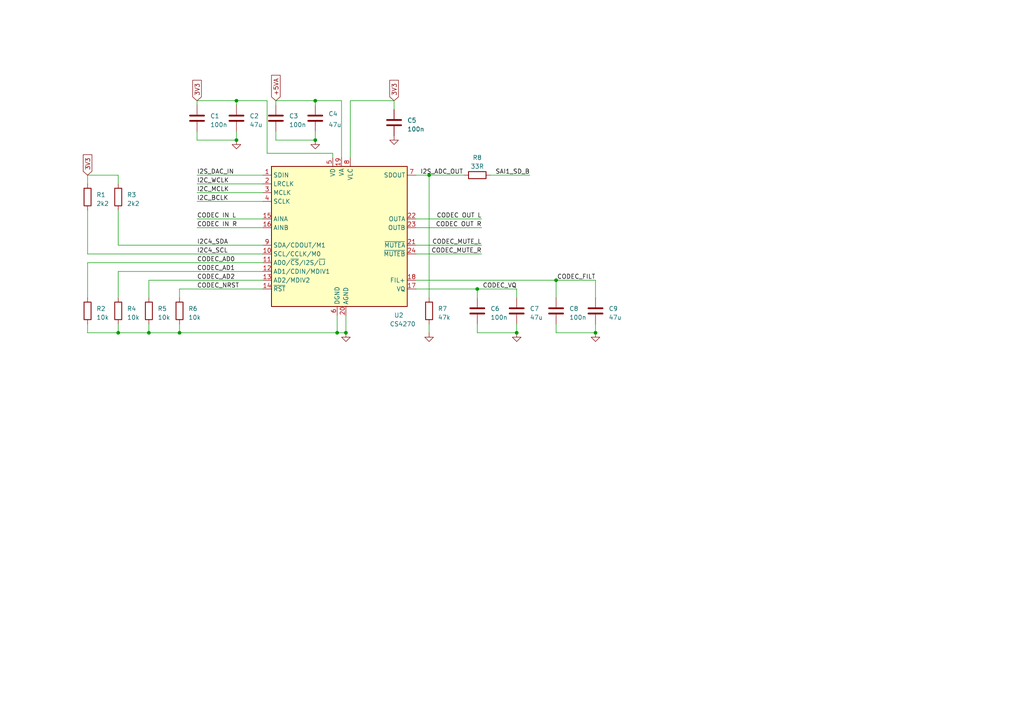
<source format=kicad_sch>
(kicad_sch
	(version 20231120)
	(generator "eeschema")
	(generator_version "8.0")
	(uuid "b7d3266c-eddf-49b2-877c-2408a80d5a1d")
	(paper "A4")
	(lib_symbols
		(symbol "Audio:CS4270"
			(exclude_from_sim no)
			(in_bom yes)
			(on_board yes)
			(property "Reference" "U601"
				(at -4.3941 -22.86 0)
				(effects
					(font
						(size 1.27 1.27)
					)
					(justify left)
				)
			)
			(property "Value" "CS4270"
				(at -4.3941 -25.4 0)
				(effects
					(font
						(size 1.27 1.27)
					)
					(justify left)
				)
			)
			(property "Footprint" "Package_SO:TSSOP-24_4.4x7.8mm_P0.65mm"
				(at -7.62 0 0)
				(effects
					(font
						(size 1.27 1.27)
					)
					(hide yes)
				)
			)
			(property "Datasheet" "https://statics.cirrus.com/pubs/proDatasheet/CS4270_F1.pdf"
				(at 0 25.4 90)
				(effects
					(font
						(size 1.27 1.27)
					)
					(hide yes)
				)
			)
			(property "Description" "24-Bit, 192-kHz Stereo Audio CODEC, TSSOP-24"
				(at 0 0 0)
				(effects
					(font
						(size 1.27 1.27)
					)
					(hide yes)
				)
			)
			(property "ki_keywords" "Audio Codec"
				(at 0 0 0)
				(effects
					(font
						(size 1.27 1.27)
					)
					(hide yes)
				)
			)
			(property "ki_fp_filters" "TSSOP*4.4x7.8mm*P0.65mm*"
				(at 0 0 0)
				(effects
					(font
						(size 1.27 1.27)
					)
					(hide yes)
				)
			)
			(symbol "CS4270_0_1"
				(rectangle
					(start -20.32 20.32)
					(end 19.05 -20.32)
					(stroke
						(width 0.254)
						(type default)
					)
					(fill
						(type background)
					)
				)
			)
			(symbol "CS4270_1_0"
				(pin input line
					(at -22.86 17.78 0)
					(length 2.54)
					(name "SDIN"
						(effects
							(font
								(size 1.27 1.27)
							)
						)
					)
					(number "1"
						(effects
							(font
								(size 1.27 1.27)
							)
						)
					)
				)
				(pin input line
					(at -22.86 -5.08 0)
					(length 2.54)
					(name "SCL/CCLK/M0"
						(effects
							(font
								(size 1.27 1.27)
							)
						)
					)
					(number "10"
						(effects
							(font
								(size 1.27 1.27)
							)
						)
					)
				)
				(pin input line
					(at -22.86 -7.62 0)
					(length 2.54)
					(name "AD0/~{CS}/I2S/~{LJ}"
						(effects
							(font
								(size 1.27 1.27)
							)
						)
					)
					(number "11"
						(effects
							(font
								(size 1.27 1.27)
							)
						)
					)
				)
				(pin input line
					(at -22.86 -10.16 0)
					(length 2.54)
					(name "AD1/CDIN/MDIV1"
						(effects
							(font
								(size 1.27 1.27)
							)
						)
					)
					(number "12"
						(effects
							(font
								(size 1.27 1.27)
							)
						)
					)
				)
				(pin input line
					(at -22.86 -12.7 0)
					(length 2.54)
					(name "AD2/MDIV2"
						(effects
							(font
								(size 1.27 1.27)
							)
						)
					)
					(number "13"
						(effects
							(font
								(size 1.27 1.27)
							)
						)
					)
				)
				(pin input line
					(at -22.86 -15.24 0)
					(length 2.54)
					(name "~{RST}"
						(effects
							(font
								(size 1.27 1.27)
							)
						)
					)
					(number "14"
						(effects
							(font
								(size 1.27 1.27)
							)
						)
					)
				)
				(pin input line
					(at -22.86 5.08 0)
					(length 2.54)
					(name "AINA"
						(effects
							(font
								(size 1.27 1.27)
							)
						)
					)
					(number "15"
						(effects
							(font
								(size 1.27 1.27)
							)
						)
					)
				)
				(pin input line
					(at -22.86 2.54 0)
					(length 2.54)
					(name "AINB"
						(effects
							(font
								(size 1.27 1.27)
							)
						)
					)
					(number "16"
						(effects
							(font
								(size 1.27 1.27)
							)
						)
					)
				)
				(pin passive line
					(at 21.59 -15.24 180)
					(length 2.54)
					(name "VQ"
						(effects
							(font
								(size 1.27 1.27)
							)
						)
					)
					(number "17"
						(effects
							(font
								(size 1.27 1.27)
							)
						)
					)
				)
				(pin passive line
					(at 21.59 -12.7 180)
					(length 2.54)
					(name "FIL+"
						(effects
							(font
								(size 1.27 1.27)
							)
						)
					)
					(number "18"
						(effects
							(font
								(size 1.27 1.27)
							)
						)
					)
				)
				(pin power_in line
					(at 0 22.86 270)
					(length 2.54)
					(name "VA"
						(effects
							(font
								(size 1.27 1.27)
							)
						)
					)
					(number "19"
						(effects
							(font
								(size 1.27 1.27)
							)
						)
					)
				)
				(pin bidirectional line
					(at -22.86 15.24 0)
					(length 2.54)
					(name "LRCLK"
						(effects
							(font
								(size 1.27 1.27)
							)
						)
					)
					(number "2"
						(effects
							(font
								(size 1.27 1.27)
							)
						)
					)
				)
				(pin power_in line
					(at 1.27 -22.86 90)
					(length 2.54)
					(name "AGND"
						(effects
							(font
								(size 1.27 1.27)
							)
						)
					)
					(number "20"
						(effects
							(font
								(size 1.27 1.27)
							)
						)
					)
				)
				(pin input line
					(at 21.59 -2.54 180)
					(length 2.54)
					(name "~{MUTEA}"
						(effects
							(font
								(size 1.27 1.27)
							)
						)
					)
					(number "21"
						(effects
							(font
								(size 1.27 1.27)
							)
						)
					)
				)
				(pin output line
					(at 21.59 5.08 180)
					(length 2.54)
					(name "OUTA"
						(effects
							(font
								(size 1.27 1.27)
							)
						)
					)
					(number "22"
						(effects
							(font
								(size 1.27 1.27)
							)
						)
					)
				)
				(pin output line
					(at 21.59 2.54 180)
					(length 2.54)
					(name "OUTB"
						(effects
							(font
								(size 1.27 1.27)
							)
						)
					)
					(number "23"
						(effects
							(font
								(size 1.27 1.27)
							)
						)
					)
				)
				(pin input line
					(at 21.59 -5.08 180)
					(length 2.54)
					(name "~{MUTEB}"
						(effects
							(font
								(size 1.27 1.27)
							)
						)
					)
					(number "24"
						(effects
							(font
								(size 1.27 1.27)
							)
						)
					)
				)
				(pin input line
					(at -22.86 12.7 0)
					(length 2.54)
					(name "MCLK"
						(effects
							(font
								(size 1.27 1.27)
							)
						)
					)
					(number "3"
						(effects
							(font
								(size 1.27 1.27)
							)
						)
					)
				)
				(pin bidirectional line
					(at -22.86 10.16 0)
					(length 2.54)
					(name "SCLK"
						(effects
							(font
								(size 1.27 1.27)
							)
						)
					)
					(number "4"
						(effects
							(font
								(size 1.27 1.27)
							)
						)
					)
				)
				(pin power_in line
					(at -2.54 22.86 270)
					(length 2.54)
					(name "VD"
						(effects
							(font
								(size 1.27 1.27)
							)
						)
					)
					(number "5"
						(effects
							(font
								(size 1.27 1.27)
							)
						)
					)
				)
				(pin power_in line
					(at -1.27 -22.86 90)
					(length 2.54)
					(name "DGND"
						(effects
							(font
								(size 1.27 1.27)
							)
						)
					)
					(number "6"
						(effects
							(font
								(size 1.27 1.27)
							)
						)
					)
				)
				(pin output line
					(at 21.59 17.78 180)
					(length 2.54)
					(name "SDOUT"
						(effects
							(font
								(size 1.27 1.27)
							)
						)
					)
					(number "7"
						(effects
							(font
								(size 1.27 1.27)
							)
						)
					)
				)
				(pin power_in line
					(at 2.54 22.86 270)
					(length 2.54)
					(name "VLC"
						(effects
							(font
								(size 1.27 1.27)
							)
						)
					)
					(number "8"
						(effects
							(font
								(size 1.27 1.27)
							)
						)
					)
				)
				(pin bidirectional line
					(at -22.86 -2.54 0)
					(length 2.54)
					(name "SDA/CDOUT/M1"
						(effects
							(font
								(size 1.27 1.27)
							)
						)
					)
					(number "9"
						(effects
							(font
								(size 1.27 1.27)
							)
						)
					)
				)
			)
		)
		(symbol "Device:C"
			(pin_numbers hide)
			(pin_names
				(offset 0.254)
			)
			(exclude_from_sim no)
			(in_bom yes)
			(on_board yes)
			(property "Reference" "C"
				(at 0.635 2.54 0)
				(effects
					(font
						(size 1.27 1.27)
					)
					(justify left)
				)
			)
			(property "Value" "C"
				(at 0.635 -2.54 0)
				(effects
					(font
						(size 1.27 1.27)
					)
					(justify left)
				)
			)
			(property "Footprint" ""
				(at 0.9652 -3.81 0)
				(effects
					(font
						(size 1.27 1.27)
					)
					(hide yes)
				)
			)
			(property "Datasheet" "~"
				(at 0 0 0)
				(effects
					(font
						(size 1.27 1.27)
					)
					(hide yes)
				)
			)
			(property "Description" "Unpolarized capacitor"
				(at 0 0 0)
				(effects
					(font
						(size 1.27 1.27)
					)
					(hide yes)
				)
			)
			(property "ki_keywords" "cap capacitor"
				(at 0 0 0)
				(effects
					(font
						(size 1.27 1.27)
					)
					(hide yes)
				)
			)
			(property "ki_fp_filters" "C_*"
				(at 0 0 0)
				(effects
					(font
						(size 1.27 1.27)
					)
					(hide yes)
				)
			)
			(symbol "C_0_1"
				(polyline
					(pts
						(xy -2.032 -0.762) (xy 2.032 -0.762)
					)
					(stroke
						(width 0.508)
						(type default)
					)
					(fill
						(type none)
					)
				)
				(polyline
					(pts
						(xy -2.032 0.762) (xy 2.032 0.762)
					)
					(stroke
						(width 0.508)
						(type default)
					)
					(fill
						(type none)
					)
				)
			)
			(symbol "C_1_1"
				(pin passive line
					(at 0 3.81 270)
					(length 2.794)
					(name "~"
						(effects
							(font
								(size 1.27 1.27)
							)
						)
					)
					(number "1"
						(effects
							(font
								(size 1.27 1.27)
							)
						)
					)
				)
				(pin passive line
					(at 0 -3.81 90)
					(length 2.794)
					(name "~"
						(effects
							(font
								(size 1.27 1.27)
							)
						)
					)
					(number "2"
						(effects
							(font
								(size 1.27 1.27)
							)
						)
					)
				)
			)
		)
		(symbol "Device:R"
			(pin_numbers hide)
			(pin_names
				(offset 0)
			)
			(exclude_from_sim no)
			(in_bom yes)
			(on_board yes)
			(property "Reference" "R"
				(at 2.032 0 90)
				(effects
					(font
						(size 1.27 1.27)
					)
				)
			)
			(property "Value" "R"
				(at 0 0 90)
				(effects
					(font
						(size 1.27 1.27)
					)
				)
			)
			(property "Footprint" ""
				(at -1.778 0 90)
				(effects
					(font
						(size 1.27 1.27)
					)
					(hide yes)
				)
			)
			(property "Datasheet" "~"
				(at 0 0 0)
				(effects
					(font
						(size 1.27 1.27)
					)
					(hide yes)
				)
			)
			(property "Description" "Resistor"
				(at 0 0 0)
				(effects
					(font
						(size 1.27 1.27)
					)
					(hide yes)
				)
			)
			(property "ki_keywords" "R res resistor"
				(at 0 0 0)
				(effects
					(font
						(size 1.27 1.27)
					)
					(hide yes)
				)
			)
			(property "ki_fp_filters" "R_*"
				(at 0 0 0)
				(effects
					(font
						(size 1.27 1.27)
					)
					(hide yes)
				)
			)
			(symbol "R_0_1"
				(rectangle
					(start -1.016 -2.54)
					(end 1.016 2.54)
					(stroke
						(width 0.254)
						(type default)
					)
					(fill
						(type none)
					)
				)
			)
			(symbol "R_1_1"
				(pin passive line
					(at 0 3.81 270)
					(length 1.27)
					(name "~"
						(effects
							(font
								(size 1.27 1.27)
							)
						)
					)
					(number "1"
						(effects
							(font
								(size 1.27 1.27)
							)
						)
					)
				)
				(pin passive line
					(at 0 -3.81 90)
					(length 1.27)
					(name "~"
						(effects
							(font
								(size 1.27 1.27)
							)
						)
					)
					(number "2"
						(effects
							(font
								(size 1.27 1.27)
							)
						)
					)
				)
			)
		)
		(symbol "power:GND"
			(power)
			(pin_names
				(offset 0)
			)
			(exclude_from_sim no)
			(in_bom yes)
			(on_board yes)
			(property "Reference" "#PWR"
				(at 0 -6.35 0)
				(effects
					(font
						(size 1.27 1.27)
					)
					(hide yes)
				)
			)
			(property "Value" "GND"
				(at 0 -3.81 0)
				(effects
					(font
						(size 1.27 1.27)
					)
				)
			)
			(property "Footprint" ""
				(at 0 0 0)
				(effects
					(font
						(size 1.27 1.27)
					)
					(hide yes)
				)
			)
			(property "Datasheet" ""
				(at 0 0 0)
				(effects
					(font
						(size 1.27 1.27)
					)
					(hide yes)
				)
			)
			(property "Description" "Power symbol creates a global label with name \"GND\" , ground"
				(at 0 0 0)
				(effects
					(font
						(size 1.27 1.27)
					)
					(hide yes)
				)
			)
			(property "ki_keywords" "global power"
				(at 0 0 0)
				(effects
					(font
						(size 1.27 1.27)
					)
					(hide yes)
				)
			)
			(symbol "GND_0_1"
				(polyline
					(pts
						(xy 0 0) (xy 0 -1.27) (xy 1.27 -1.27) (xy 0 -2.54) (xy -1.27 -1.27) (xy 0 -1.27)
					)
					(stroke
						(width 0)
						(type default)
					)
					(fill
						(type none)
					)
				)
			)
			(symbol "GND_1_1"
				(pin power_in line
					(at 0 0 270)
					(length 0) hide
					(name "GND"
						(effects
							(font
								(size 1.27 1.27)
							)
						)
					)
					(number "1"
						(effects
							(font
								(size 1.27 1.27)
							)
						)
					)
				)
			)
		)
	)
	(junction
		(at 100.33 96.52)
		(diameter 0)
		(color 0 0 0 0)
		(uuid "0c857ec4-7dc0-491a-8c25-08034fd986ec")
	)
	(junction
		(at 149.86 96.52)
		(diameter 0)
		(color 0 0 0 0)
		(uuid "1099a51d-739e-41f0-8ab3-cd1edf441414")
	)
	(junction
		(at 172.72 96.52)
		(diameter 0)
		(color 0 0 0 0)
		(uuid "19ced418-434d-4025-a047-2aa7b9542f86")
	)
	(junction
		(at 161.29 81.28)
		(diameter 0)
		(color 0 0 0 0)
		(uuid "1d68af22-af30-4582-bf9f-94e5a40ce682")
	)
	(junction
		(at 138.43 83.82)
		(diameter 0)
		(color 0 0 0 0)
		(uuid "3639a31a-c54f-45d7-9e6c-1ad616ab09a1")
	)
	(junction
		(at 68.58 40.64)
		(diameter 0)
		(color 0 0 0 0)
		(uuid "45382a10-55e1-42b3-a5b7-f567e2c8fdd1")
	)
	(junction
		(at 43.18 96.52)
		(diameter 0)
		(color 0 0 0 0)
		(uuid "4736cfa0-597f-486c-b7c1-5d0698ab281f")
	)
	(junction
		(at 52.07 96.52)
		(diameter 0)
		(color 0 0 0 0)
		(uuid "66eb7d7b-fc63-47cd-8be5-51878b594bcc")
	)
	(junction
		(at 34.29 96.52)
		(diameter 0)
		(color 0 0 0 0)
		(uuid "6f4f6dcd-fd81-4c81-bbae-ad9efb935598")
	)
	(junction
		(at 91.44 40.64)
		(diameter 0)
		(color 0 0 0 0)
		(uuid "8a102fa3-efd1-461d-a502-fb2b68e6e91e")
	)
	(junction
		(at 124.46 50.8)
		(diameter 0)
		(color 0 0 0 0)
		(uuid "a783102d-cbed-4741-b6d2-718c8716e30c")
	)
	(junction
		(at 91.44 29.21)
		(diameter 0)
		(color 0 0 0 0)
		(uuid "b24db4ae-b76a-4e45-ba01-1b2c140d6a14")
	)
	(junction
		(at 68.58 29.21)
		(diameter 0)
		(color 0 0 0 0)
		(uuid "bd60b76a-90b2-42ff-8392-0512f98a4d5a")
	)
	(junction
		(at 97.79 96.52)
		(diameter 0)
		(color 0 0 0 0)
		(uuid "fdac7e5f-494f-467d-85ea-6abda46a1d19")
	)
	(wire
		(pts
			(xy 57.15 38.1) (xy 57.15 40.64)
		)
		(stroke
			(width 0)
			(type default)
		)
		(uuid "00eed970-4a7d-4969-aa71-cb55276b618f")
	)
	(wire
		(pts
			(xy 76.2 78.74) (xy 34.29 78.74)
		)
		(stroke
			(width 0)
			(type default)
		)
		(uuid "025bd6b6-4190-42c5-94d2-500e4a26e375")
	)
	(wire
		(pts
			(xy 43.18 96.52) (xy 52.07 96.52)
		)
		(stroke
			(width 0)
			(type default)
		)
		(uuid "091c38d7-a4c5-4b52-a718-e10561556255")
	)
	(wire
		(pts
			(xy 120.65 83.82) (xy 138.43 83.82)
		)
		(stroke
			(width 0)
			(type default)
		)
		(uuid "0d17978c-8df1-49a8-aa75-79c7983ce336")
	)
	(wire
		(pts
			(xy 57.15 55.88) (xy 76.2 55.88)
		)
		(stroke
			(width 0)
			(type default)
		)
		(uuid "1007bc1c-dc71-45b3-ae54-0b919a308635")
	)
	(wire
		(pts
			(xy 172.72 96.52) (xy 172.72 93.98)
		)
		(stroke
			(width 0)
			(type default)
		)
		(uuid "102ba54e-b68a-4916-82db-3b24dea65fae")
	)
	(wire
		(pts
			(xy 52.07 83.82) (xy 52.07 86.36)
		)
		(stroke
			(width 0)
			(type default)
		)
		(uuid "15db9c22-c352-40bf-b038-51168a781196")
	)
	(wire
		(pts
			(xy 120.65 63.5) (xy 139.7 63.5)
		)
		(stroke
			(width 0)
			(type default)
		)
		(uuid "1c7eec9a-c751-4d54-b7f4-52e854d04801")
	)
	(wire
		(pts
			(xy 138.43 83.82) (xy 149.86 83.82)
		)
		(stroke
			(width 0)
			(type default)
		)
		(uuid "1e4a8b57-1eb4-4f39-b09c-a03ec0c73ca9")
	)
	(wire
		(pts
			(xy 138.43 93.98) (xy 138.43 96.52)
		)
		(stroke
			(width 0)
			(type default)
		)
		(uuid "21bba588-98cf-47b9-9dc5-ae461f819c2d")
	)
	(wire
		(pts
			(xy 97.79 96.52) (xy 100.33 96.52)
		)
		(stroke
			(width 0)
			(type default)
		)
		(uuid "23cf72e0-70c5-4ba0-bc7d-41b4bc94cf71")
	)
	(wire
		(pts
			(xy 68.58 29.21) (xy 57.15 29.21)
		)
		(stroke
			(width 0)
			(type default)
		)
		(uuid "267655c7-4091-4092-ac6f-22198d96c2ce")
	)
	(wire
		(pts
			(xy 25.4 93.98) (xy 25.4 96.52)
		)
		(stroke
			(width 0)
			(type default)
		)
		(uuid "28eaba58-9c58-48cf-8249-f5e75597e8a6")
	)
	(wire
		(pts
			(xy 57.15 40.64) (xy 68.58 40.64)
		)
		(stroke
			(width 0)
			(type default)
		)
		(uuid "32b46a9b-6ffc-448a-8276-e3eeb5e14dcb")
	)
	(wire
		(pts
			(xy 52.07 96.52) (xy 97.79 96.52)
		)
		(stroke
			(width 0)
			(type default)
		)
		(uuid "38057edb-c076-4511-a192-194f818f88cc")
	)
	(wire
		(pts
			(xy 25.4 53.34) (xy 25.4 50.8)
		)
		(stroke
			(width 0)
			(type default)
		)
		(uuid "3c9277f0-ed96-49ad-b9f5-f68c59e77444")
	)
	(wire
		(pts
			(xy 68.58 29.21) (xy 68.58 30.48)
		)
		(stroke
			(width 0)
			(type default)
		)
		(uuid "3ddd9316-90d2-4efc-bd87-b9f97ed1f8f1")
	)
	(wire
		(pts
			(xy 161.29 96.52) (xy 172.72 96.52)
		)
		(stroke
			(width 0)
			(type default)
		)
		(uuid "413f2886-2595-4e43-9e3d-459f363b888c")
	)
	(wire
		(pts
			(xy 25.4 96.52) (xy 34.29 96.52)
		)
		(stroke
			(width 0)
			(type default)
		)
		(uuid "43064dbd-c8e9-42b1-9699-78bbcc953475")
	)
	(wire
		(pts
			(xy 120.65 73.66) (xy 139.7 73.66)
		)
		(stroke
			(width 0)
			(type default)
		)
		(uuid "47cb5c90-ffa2-4095-b19a-d5f132f59320")
	)
	(wire
		(pts
			(xy 124.46 50.8) (xy 124.46 86.36)
		)
		(stroke
			(width 0)
			(type default)
		)
		(uuid "48afe813-c7c9-4e3c-8c76-b40d5d1b22e8")
	)
	(wire
		(pts
			(xy 149.86 83.82) (xy 149.86 86.36)
		)
		(stroke
			(width 0)
			(type default)
		)
		(uuid "54444826-9b95-49f4-943e-55baeed8c50a")
	)
	(wire
		(pts
			(xy 161.29 81.28) (xy 172.72 81.28)
		)
		(stroke
			(width 0)
			(type default)
		)
		(uuid "5773452e-8ba4-4a2a-8e46-fa219e61fb43")
	)
	(wire
		(pts
			(xy 91.44 38.1) (xy 91.44 40.64)
		)
		(stroke
			(width 0)
			(type default)
		)
		(uuid "57dd138b-56f3-4a24-b731-a221b2e2ea5e")
	)
	(wire
		(pts
			(xy 120.65 66.04) (xy 139.7 66.04)
		)
		(stroke
			(width 0)
			(type default)
		)
		(uuid "591a1ba5-b47b-4283-bfa7-b465418f3e22")
	)
	(wire
		(pts
			(xy 114.3 29.21) (xy 114.3 31.75)
		)
		(stroke
			(width 0)
			(type default)
		)
		(uuid "5e6ada14-0bcb-4f70-8212-824657059adc")
	)
	(wire
		(pts
			(xy 25.4 60.96) (xy 25.4 73.66)
		)
		(stroke
			(width 0)
			(type default)
		)
		(uuid "60c03e0f-3827-4bf1-9a7e-2e596a1d57de")
	)
	(wire
		(pts
			(xy 52.07 93.98) (xy 52.07 96.52)
		)
		(stroke
			(width 0)
			(type default)
		)
		(uuid "60da7d31-bc70-42da-9192-6651f054204e")
	)
	(wire
		(pts
			(xy 34.29 78.74) (xy 34.29 86.36)
		)
		(stroke
			(width 0)
			(type default)
		)
		(uuid "6631ce29-7eed-4934-8e39-449d5d603756")
	)
	(wire
		(pts
			(xy 149.86 96.52) (xy 149.86 93.98)
		)
		(stroke
			(width 0)
			(type default)
		)
		(uuid "68cba1a6-7738-4848-95f7-bcf95b0fcff2")
	)
	(wire
		(pts
			(xy 57.15 58.42) (xy 76.2 58.42)
		)
		(stroke
			(width 0)
			(type default)
		)
		(uuid "693e0aa8-f8a5-4900-b320-14e39af76f0d")
	)
	(wire
		(pts
			(xy 68.58 40.64) (xy 68.58 38.1)
		)
		(stroke
			(width 0)
			(type default)
		)
		(uuid "6ed5066d-214d-4d85-987d-4c880b7c8239")
	)
	(wire
		(pts
			(xy 57.15 29.21) (xy 57.15 30.48)
		)
		(stroke
			(width 0)
			(type default)
		)
		(uuid "6f3d0e17-326d-4b11-a2d9-116f517a1b04")
	)
	(wire
		(pts
			(xy 34.29 50.8) (xy 34.29 53.34)
		)
		(stroke
			(width 0)
			(type default)
		)
		(uuid "72f37242-53e3-4cec-8b36-5a06058aa8e6")
	)
	(wire
		(pts
			(xy 57.15 53.34) (xy 76.2 53.34)
		)
		(stroke
			(width 0)
			(type default)
		)
		(uuid "73f7d7ae-2973-42ee-b12c-d0c2e063b3f8")
	)
	(wire
		(pts
			(xy 77.47 29.21) (xy 68.58 29.21)
		)
		(stroke
			(width 0)
			(type default)
		)
		(uuid "776f76d6-395b-4727-b856-b8f2b7631e7a")
	)
	(wire
		(pts
			(xy 99.06 29.21) (xy 91.44 29.21)
		)
		(stroke
			(width 0)
			(type default)
		)
		(uuid "8c815973-55a5-4341-9562-99600c59348b")
	)
	(wire
		(pts
			(xy 57.15 50.8) (xy 76.2 50.8)
		)
		(stroke
			(width 0)
			(type default)
		)
		(uuid "90fd4759-aea1-4201-862f-1746c6acae36")
	)
	(wire
		(pts
			(xy 76.2 81.28) (xy 43.18 81.28)
		)
		(stroke
			(width 0)
			(type default)
		)
		(uuid "91d9e059-e563-4a33-8d39-4cfa34be2378")
	)
	(wire
		(pts
			(xy 161.29 81.28) (xy 161.29 86.36)
		)
		(stroke
			(width 0)
			(type default)
		)
		(uuid "92a96cb0-7ad6-4a3e-a407-03a6aaaeeb69")
	)
	(wire
		(pts
			(xy 77.47 44.45) (xy 77.47 29.21)
		)
		(stroke
			(width 0)
			(type default)
		)
		(uuid "93c4060c-5487-40fa-a787-cd32cde4fdd4")
	)
	(wire
		(pts
			(xy 57.15 63.5) (xy 76.2 63.5)
		)
		(stroke
			(width 0)
			(type default)
		)
		(uuid "93f4beb5-a354-4de3-bd66-657dd0fdf484")
	)
	(wire
		(pts
			(xy 101.6 29.21) (xy 114.3 29.21)
		)
		(stroke
			(width 0)
			(type default)
		)
		(uuid "9402426d-741f-4699-9139-decd21662fe2")
	)
	(wire
		(pts
			(xy 120.65 81.28) (xy 161.29 81.28)
		)
		(stroke
			(width 0)
			(type default)
		)
		(uuid "981a99b0-e8af-4d44-a703-7a294e1a6bda")
	)
	(wire
		(pts
			(xy 80.01 38.1) (xy 80.01 40.64)
		)
		(stroke
			(width 0)
			(type default)
		)
		(uuid "98b733d0-ec69-409d-8740-218c12576623")
	)
	(wire
		(pts
			(xy 138.43 96.52) (xy 149.86 96.52)
		)
		(stroke
			(width 0)
			(type default)
		)
		(uuid "9b1b6fab-8db9-466b-b86d-acab8ea92226")
	)
	(wire
		(pts
			(xy 96.52 45.72) (xy 96.52 44.45)
		)
		(stroke
			(width 0)
			(type default)
		)
		(uuid "a0fd8db5-c612-4937-a704-1569d33cfa73")
	)
	(wire
		(pts
			(xy 34.29 93.98) (xy 34.29 96.52)
		)
		(stroke
			(width 0)
			(type default)
		)
		(uuid "b2e2cc4b-5ba3-4d9b-abe8-695ff57bfd2f")
	)
	(wire
		(pts
			(xy 57.15 66.04) (xy 76.2 66.04)
		)
		(stroke
			(width 0)
			(type default)
		)
		(uuid "b7bc7aa0-5928-4a70-bef7-da034258f1a1")
	)
	(wire
		(pts
			(xy 25.4 50.8) (xy 34.29 50.8)
		)
		(stroke
			(width 0)
			(type default)
		)
		(uuid "b7da1411-f94d-458a-a1e3-109405c0b55e")
	)
	(wire
		(pts
			(xy 120.65 71.12) (xy 139.7 71.12)
		)
		(stroke
			(width 0)
			(type default)
		)
		(uuid "bc75ba35-ccd7-41af-96ec-e246fc1a2361")
	)
	(wire
		(pts
			(xy 25.4 73.66) (xy 76.2 73.66)
		)
		(stroke
			(width 0)
			(type default)
		)
		(uuid "bd2878c8-3e48-4869-94a6-c3e877a1518f")
	)
	(wire
		(pts
			(xy 34.29 96.52) (xy 43.18 96.52)
		)
		(stroke
			(width 0)
			(type default)
		)
		(uuid "bfe1d2ad-b23d-4803-b6c0-e66324b13396")
	)
	(wire
		(pts
			(xy 96.52 44.45) (xy 77.47 44.45)
		)
		(stroke
			(width 0)
			(type default)
		)
		(uuid "c05cfd66-bb7c-4836-85c2-5658f4e877ed")
	)
	(wire
		(pts
			(xy 76.2 83.82) (xy 52.07 83.82)
		)
		(stroke
			(width 0)
			(type default)
		)
		(uuid "c26195a5-bbaf-4af9-982c-47740c4d2730")
	)
	(wire
		(pts
			(xy 120.65 50.8) (xy 124.46 50.8)
		)
		(stroke
			(width 0)
			(type default)
		)
		(uuid "cce90027-42cd-4a96-9cb7-07a80e9adec4")
	)
	(wire
		(pts
			(xy 101.6 45.72) (xy 101.6 29.21)
		)
		(stroke
			(width 0)
			(type default)
		)
		(uuid "d19cce9e-f7d8-4798-97b9-9102bf528aa0")
	)
	(wire
		(pts
			(xy 100.33 96.52) (xy 100.33 91.44)
		)
		(stroke
			(width 0)
			(type default)
		)
		(uuid "d1b9976c-daab-42aa-9912-2bf3557ce03d")
	)
	(wire
		(pts
			(xy 138.43 83.82) (xy 138.43 86.36)
		)
		(stroke
			(width 0)
			(type default)
		)
		(uuid "d34815d2-5d1a-4056-a03c-006988ab4608")
	)
	(wire
		(pts
			(xy 99.06 45.72) (xy 99.06 29.21)
		)
		(stroke
			(width 0)
			(type default)
		)
		(uuid "d68c8e61-fd6c-4a0a-a19d-5954b3f70d3a")
	)
	(wire
		(pts
			(xy 91.44 29.21) (xy 91.44 30.48)
		)
		(stroke
			(width 0)
			(type default)
		)
		(uuid "db0c76f3-aec5-4ea8-864b-a7bf8a0794ab")
	)
	(wire
		(pts
			(xy 43.18 93.98) (xy 43.18 96.52)
		)
		(stroke
			(width 0)
			(type default)
		)
		(uuid "dbe785e3-a197-40d6-bec7-998749ea6a7e")
	)
	(wire
		(pts
			(xy 124.46 50.8) (xy 134.62 50.8)
		)
		(stroke
			(width 0)
			(type default)
		)
		(uuid "df2e39ff-d0ab-4f85-93ac-832fded4fc13")
	)
	(wire
		(pts
			(xy 43.18 81.28) (xy 43.18 86.36)
		)
		(stroke
			(width 0)
			(type default)
		)
		(uuid "e1caada2-5baf-4d78-a6fc-1c1ab07c4b65")
	)
	(wire
		(pts
			(xy 76.2 76.2) (xy 25.4 76.2)
		)
		(stroke
			(width 0)
			(type default)
		)
		(uuid "e46c4cf0-a9a4-494a-b451-9f9794bb129f")
	)
	(wire
		(pts
			(xy 97.79 91.44) (xy 97.79 96.52)
		)
		(stroke
			(width 0)
			(type default)
		)
		(uuid "e53f42e7-d126-4751-ad56-b0e835e4e1f2")
	)
	(wire
		(pts
			(xy 142.24 50.8) (xy 153.67 50.8)
		)
		(stroke
			(width 0)
			(type default)
		)
		(uuid "e60ae751-b310-4a7f-a22b-718fa16b590a")
	)
	(wire
		(pts
			(xy 80.01 29.21) (xy 80.01 30.48)
		)
		(stroke
			(width 0)
			(type default)
		)
		(uuid "e80f863a-930f-4250-9847-1ebfbfebcd5d")
	)
	(wire
		(pts
			(xy 91.44 29.21) (xy 80.01 29.21)
		)
		(stroke
			(width 0)
			(type default)
		)
		(uuid "eeb6207f-adba-4810-b9c3-a3cecf1a2263")
	)
	(wire
		(pts
			(xy 80.01 40.64) (xy 91.44 40.64)
		)
		(stroke
			(width 0)
			(type default)
		)
		(uuid "efae1d16-e633-47f1-8321-940391cb843f")
	)
	(wire
		(pts
			(xy 34.29 60.96) (xy 34.29 71.12)
		)
		(stroke
			(width 0)
			(type default)
		)
		(uuid "f1b10a8d-da95-48c5-bed2-edc455e70a93")
	)
	(wire
		(pts
			(xy 124.46 96.52) (xy 124.46 93.98)
		)
		(stroke
			(width 0)
			(type default)
		)
		(uuid "f233f4eb-5b55-4cf5-82dc-0ee70879a3ae")
	)
	(wire
		(pts
			(xy 25.4 76.2) (xy 25.4 86.36)
		)
		(stroke
			(width 0)
			(type default)
		)
		(uuid "f5f4bb26-cba4-4729-bdd5-f099c0e6abe4")
	)
	(wire
		(pts
			(xy 34.29 71.12) (xy 76.2 71.12)
		)
		(stroke
			(width 0)
			(type default)
		)
		(uuid "f877540b-b73e-4b0e-8020-066e4d50fc4a")
	)
	(wire
		(pts
			(xy 161.29 93.98) (xy 161.29 96.52)
		)
		(stroke
			(width 0)
			(type default)
		)
		(uuid "fa81287a-655e-4f2e-97a2-88b0c22aca4b")
	)
	(wire
		(pts
			(xy 172.72 81.28) (xy 172.72 86.36)
		)
		(stroke
			(width 0)
			(type default)
		)
		(uuid "faec5f0d-1f5e-4600-a2eb-85432ef9b036")
	)
	(label "I2C4_SDA"
		(at 57.15 71.12 0)
		(fields_autoplaced yes)
		(effects
			(font
				(size 1.27 1.27)
			)
			(justify left bottom)
		)
		(uuid "285c5aee-4ca1-4c95-a259-298499af4bd5")
	)
	(label "CODEC_MUTE_R"
		(at 139.7 73.66 180)
		(fields_autoplaced yes)
		(effects
			(font
				(size 1.27 1.27)
			)
			(justify right bottom)
		)
		(uuid "3395df0b-e2dc-41b6-86f7-4d384eeee7fb")
	)
	(label "CODEC OUT L"
		(at 139.7 63.5 180)
		(fields_autoplaced yes)
		(effects
			(font
				(size 1.27 1.27)
			)
			(justify right bottom)
		)
		(uuid "49d4f979-755c-4129-bb03-49c49a2b2860")
	)
	(label "I2C_WCLK"
		(at 57.15 53.34 0)
		(fields_autoplaced yes)
		(effects
			(font
				(size 1.27 1.27)
			)
			(justify left bottom)
		)
		(uuid "5dd0144c-14c8-47cd-8c89-b9165c345a25")
	)
	(label "CODEC IN R"
		(at 57.15 66.04 0)
		(fields_autoplaced yes)
		(effects
			(font
				(size 1.27 1.27)
			)
			(justify left bottom)
		)
		(uuid "6443f377-ba13-4b41-a206-36c6280ca305")
	)
	(label "SAI1_SD_B"
		(at 153.67 50.8 180)
		(fields_autoplaced yes)
		(effects
			(font
				(size 1.27 1.27)
			)
			(justify right bottom)
		)
		(uuid "6b283720-d3a8-4834-b94a-1afdaf9765a7")
	)
	(label "CODEC IN L"
		(at 57.15 63.5 0)
		(fields_autoplaced yes)
		(effects
			(font
				(size 1.27 1.27)
			)
			(justify left bottom)
		)
		(uuid "6b98817a-8a66-4a24-97ca-e65bb97908ff")
	)
	(label "CODEC OUT R"
		(at 139.7 66.04 180)
		(fields_autoplaced yes)
		(effects
			(font
				(size 1.27 1.27)
			)
			(justify right bottom)
		)
		(uuid "6c9f6ea7-fef0-40d4-92cc-964b86a0d4da")
	)
	(label "I2C_MCLK"
		(at 57.15 55.88 0)
		(fields_autoplaced yes)
		(effects
			(font
				(size 1.27 1.27)
			)
			(justify left bottom)
		)
		(uuid "70bb01f1-c002-4d2c-9507-5633bbb06358")
	)
	(label "I2C4_SCL"
		(at 57.15 73.66 0)
		(fields_autoplaced yes)
		(effects
			(font
				(size 1.27 1.27)
			)
			(justify left bottom)
		)
		(uuid "7d8f462e-5d3c-4360-b8c6-efa8cd56545d")
	)
	(label "CODEC_AD2"
		(at 57.15 81.28 0)
		(fields_autoplaced yes)
		(effects
			(font
				(size 1.27 1.27)
			)
			(justify left bottom)
		)
		(uuid "800e690c-dc56-4d5c-9947-65f57403af4c")
	)
	(label "I2C_BCLK"
		(at 57.15 58.42 0)
		(fields_autoplaced yes)
		(effects
			(font
				(size 1.27 1.27)
			)
			(justify left bottom)
		)
		(uuid "883b164e-fb53-4d5c-bd80-bd58ad91e16b")
	)
	(label "I2S_ADC_OUT"
		(at 121.92 50.8 0)
		(fields_autoplaced yes)
		(effects
			(font
				(size 1.27 1.27)
			)
			(justify left bottom)
		)
		(uuid "a23eb183-ddcc-4b25-a050-334d30c89b2b")
	)
	(label "I2S_DAC_IN"
		(at 57.15 50.8 0)
		(fields_autoplaced yes)
		(effects
			(font
				(size 1.27 1.27)
			)
			(justify left bottom)
		)
		(uuid "bef2b1a1-d7d6-47f8-a2bb-7939293dca33")
	)
	(label "CODEC_MUTE_L"
		(at 139.7 71.12 180)
		(fields_autoplaced yes)
		(effects
			(font
				(size 1.27 1.27)
			)
			(justify right bottom)
		)
		(uuid "cb562fad-d842-47e9-bc78-36c1d711b17a")
	)
	(label "CODEC_AD0"
		(at 57.15 76.2 0)
		(fields_autoplaced yes)
		(effects
			(font
				(size 1.27 1.27)
			)
			(justify left bottom)
		)
		(uuid "d79f3eec-8666-4016-b779-1d3f9a0fb505")
	)
	(label "CODEC_VQ"
		(at 149.86 83.82 180)
		(fields_autoplaced yes)
		(effects
			(font
				(size 1.27 1.27)
			)
			(justify right bottom)
		)
		(uuid "f7e407b9-79e5-4090-9295-7a9f87c8184e")
	)
	(label "CODEC_AD1"
		(at 57.15 78.74 0)
		(fields_autoplaced yes)
		(effects
			(font
				(size 1.27 1.27)
			)
			(justify left bottom)
		)
		(uuid "fcdd8ae3-add2-4e91-a858-3c4eab1a2720")
	)
	(label "CODEC_NRST"
		(at 57.15 83.82 0)
		(fields_autoplaced yes)
		(effects
			(font
				(size 1.27 1.27)
			)
			(justify left bottom)
		)
		(uuid "fe1393ed-f1af-40ba-b6ea-277d213ef0aa")
	)
	(label "CODEC_FILT"
		(at 172.72 81.28 180)
		(fields_autoplaced yes)
		(effects
			(font
				(size 1.27 1.27)
			)
			(justify right bottom)
		)
		(uuid "fe13e175-c66d-495f-b0ce-5f6e1d229636")
	)
	(global_label "3V3"
		(shape input)
		(at 57.15 29.21 90)
		(fields_autoplaced yes)
		(effects
			(font
				(size 1.27 1.27)
			)
			(justify left)
		)
		(uuid "33ff862a-bc07-492f-8cce-7f817fa04270")
		(property "Intersheetrefs" "${INTERSHEET_REFS}"
			(at 57.15 22.7966 90)
			(effects
				(font
					(size 1.27 1.27)
				)
				(justify left)
				(hide yes)
			)
		)
	)
	(global_label "3V3"
		(shape input)
		(at 25.4 50.8 90)
		(fields_autoplaced yes)
		(effects
			(font
				(size 1.27 1.27)
			)
			(justify left)
		)
		(uuid "3f2ce1c0-a112-49db-b85b-baa6461b8715")
		(property "Intersheetrefs" "${INTERSHEET_REFS}"
			(at 25.4 44.3866 90)
			(effects
				(font
					(size 1.27 1.27)
				)
				(justify left)
				(hide yes)
			)
		)
	)
	(global_label "+5VA"
		(shape input)
		(at 80.01 29.21 90)
		(fields_autoplaced yes)
		(effects
			(font
				(size 1.27 1.27)
			)
			(justify left)
		)
		(uuid "599ba93b-7e13-423f-af96-16610e5b294e")
		(property "Intersheetrefs" "${INTERSHEET_REFS}"
			(at 80.01 21.3451 90)
			(effects
				(font
					(size 1.27 1.27)
				)
				(justify left)
				(hide yes)
			)
		)
	)
	(global_label "3V3"
		(shape input)
		(at 114.3 29.21 90)
		(fields_autoplaced yes)
		(effects
			(font
				(size 1.27 1.27)
			)
			(justify left)
		)
		(uuid "fff559e8-8049-42b3-8b6d-564c506c36dc")
		(property "Intersheetrefs" "${INTERSHEET_REFS}"
			(at 114.3 22.7966 90)
			(effects
				(font
					(size 1.27 1.27)
				)
				(justify left)
				(hide yes)
			)
		)
	)
	(symbol
		(lib_id "power:GND")
		(at 91.44 40.64 0)
		(unit 1)
		(exclude_from_sim no)
		(in_bom yes)
		(on_board yes)
		(dnp no)
		(fields_autoplaced yes)
		(uuid "00135703-b14d-402e-813e-d35b9f2d8db2")
		(property "Reference" "#PWR02"
			(at 91.44 46.99 0)
			(effects
				(font
					(size 1.27 1.27)
				)
				(hide yes)
			)
		)
		(property "Value" "GND"
			(at 91.44 45.72 0)
			(effects
				(font
					(size 1.27 1.27)
				)
				(hide yes)
			)
		)
		(property "Footprint" ""
			(at 91.44 40.64 0)
			(effects
				(font
					(size 1.27 1.27)
				)
				(hide yes)
			)
		)
		(property "Datasheet" ""
			(at 91.44 40.64 0)
			(effects
				(font
					(size 1.27 1.27)
				)
				(hide yes)
			)
		)
		(property "Description" ""
			(at 91.44 40.64 0)
			(effects
				(font
					(size 1.27 1.27)
				)
				(hide yes)
			)
		)
		(pin "1"
			(uuid "451f8e4b-b5df-48d9-af77-51a662aadba0")
		)
		(instances
			(project "DSP_Nucleo"
				(path "/bdb8e885-64f6-4284-af68-30f0b4896184/862968f0-41d8-4acb-8ae4-9e88b09a095f"
					(reference "#PWR02")
					(unit 1)
				)
			)
		)
	)
	(symbol
		(lib_id "Device:R")
		(at 138.43 50.8 90)
		(unit 1)
		(exclude_from_sim no)
		(in_bom yes)
		(on_board yes)
		(dnp no)
		(fields_autoplaced yes)
		(uuid "10b1e719-d78c-4b83-93ef-069f7b5dcbd1")
		(property "Reference" "R8"
			(at 138.43 45.72 90)
			(effects
				(font
					(size 1.27 1.27)
				)
			)
		)
		(property "Value" "33R"
			(at 138.43 48.26 90)
			(effects
				(font
					(size 1.27 1.27)
				)
			)
		)
		(property "Footprint" ""
			(at 138.43 52.578 90)
			(effects
				(font
					(size 1.27 1.27)
				)
				(hide yes)
			)
		)
		(property "Datasheet" "~"
			(at 138.43 50.8 0)
			(effects
				(font
					(size 1.27 1.27)
				)
				(hide yes)
			)
		)
		(property "Description" ""
			(at 138.43 50.8 0)
			(effects
				(font
					(size 1.27 1.27)
				)
				(hide yes)
			)
		)
		(pin "1"
			(uuid "9253e073-0aea-4894-8741-ee7a563b60ed")
		)
		(pin "2"
			(uuid "f1f44fa5-1842-468a-bd46-08763a403600")
		)
		(instances
			(project "DSP_Nucleo"
				(path "/bdb8e885-64f6-4284-af68-30f0b4896184/862968f0-41d8-4acb-8ae4-9e88b09a095f"
					(reference "R8")
					(unit 1)
				)
			)
		)
	)
	(symbol
		(lib_id "Device:R")
		(at 34.29 90.17 0)
		(unit 1)
		(exclude_from_sim no)
		(in_bom yes)
		(on_board yes)
		(dnp no)
		(fields_autoplaced yes)
		(uuid "158ed8dd-ca31-4749-8fbe-b2bc0a85927b")
		(property "Reference" "R4"
			(at 36.83 89.535 0)
			(effects
				(font
					(size 1.27 1.27)
				)
				(justify left)
			)
		)
		(property "Value" "10k"
			(at 36.83 92.075 0)
			(effects
				(font
					(size 1.27 1.27)
				)
				(justify left)
			)
		)
		(property "Footprint" ""
			(at 32.512 90.17 90)
			(effects
				(font
					(size 1.27 1.27)
				)
				(hide yes)
			)
		)
		(property "Datasheet" "~"
			(at 34.29 90.17 0)
			(effects
				(font
					(size 1.27 1.27)
				)
				(hide yes)
			)
		)
		(property "Description" ""
			(at 34.29 90.17 0)
			(effects
				(font
					(size 1.27 1.27)
				)
				(hide yes)
			)
		)
		(pin "1"
			(uuid "9425f347-df7e-43e5-a146-b5545bb93e95")
		)
		(pin "2"
			(uuid "01c3c4b2-08e0-4855-8fa2-6b467aa9be5d")
		)
		(instances
			(project "DSP_Nucleo"
				(path "/bdb8e885-64f6-4284-af68-30f0b4896184/862968f0-41d8-4acb-8ae4-9e88b09a095f"
					(reference "R4")
					(unit 1)
				)
			)
		)
	)
	(symbol
		(lib_id "power:GND")
		(at 149.86 96.52 0)
		(unit 1)
		(exclude_from_sim no)
		(in_bom yes)
		(on_board yes)
		(dnp no)
		(fields_autoplaced yes)
		(uuid "1ca97ab3-3b9c-45bd-8975-33f1bf0aeb9e")
		(property "Reference" "#PWR06"
			(at 149.86 102.87 0)
			(effects
				(font
					(size 1.27 1.27)
				)
				(hide yes)
			)
		)
		(property "Value" "GND"
			(at 149.86 101.6 0)
			(effects
				(font
					(size 1.27 1.27)
				)
				(hide yes)
			)
		)
		(property "Footprint" ""
			(at 149.86 96.52 0)
			(effects
				(font
					(size 1.27 1.27)
				)
				(hide yes)
			)
		)
		(property "Datasheet" ""
			(at 149.86 96.52 0)
			(effects
				(font
					(size 1.27 1.27)
				)
				(hide yes)
			)
		)
		(property "Description" ""
			(at 149.86 96.52 0)
			(effects
				(font
					(size 1.27 1.27)
				)
				(hide yes)
			)
		)
		(pin "1"
			(uuid "b1d63fb4-168d-4a6b-82e6-24ae945c3266")
		)
		(instances
			(project "DSP_Nucleo"
				(path "/bdb8e885-64f6-4284-af68-30f0b4896184/862968f0-41d8-4acb-8ae4-9e88b09a095f"
					(reference "#PWR06")
					(unit 1)
				)
			)
		)
	)
	(symbol
		(lib_id "Device:C")
		(at 91.44 34.29 0)
		(unit 1)
		(exclude_from_sim no)
		(in_bom yes)
		(on_board yes)
		(dnp no)
		(uuid "26485f1a-56c2-4803-a4c8-a84fc5e23bc1")
		(property "Reference" "C4"
			(at 95.25 33.02 0)
			(effects
				(font
					(size 1.27 1.27)
				)
				(justify left)
			)
		)
		(property "Value" "47u"
			(at 95.25 36.195 0)
			(effects
				(font
					(size 1.27 1.27)
				)
				(justify left)
			)
		)
		(property "Footprint" ""
			(at 92.4052 38.1 0)
			(effects
				(font
					(size 1.27 1.27)
				)
				(hide yes)
			)
		)
		(property "Datasheet" "~"
			(at 91.44 34.29 0)
			(effects
				(font
					(size 1.27 1.27)
				)
				(hide yes)
			)
		)
		(property "Description" ""
			(at 91.44 34.29 0)
			(effects
				(font
					(size 1.27 1.27)
				)
				(hide yes)
			)
		)
		(pin "1"
			(uuid "83acacf2-9334-4e89-8754-4d95bf8c9296")
		)
		(pin "2"
			(uuid "b402e8a2-4d0d-413e-bc2b-93c3daf1b798")
		)
		(instances
			(project "DSP_Nucleo"
				(path "/bdb8e885-64f6-4284-af68-30f0b4896184/862968f0-41d8-4acb-8ae4-9e88b09a095f"
					(reference "C4")
					(unit 1)
				)
			)
		)
	)
	(symbol
		(lib_id "Audio:CS4270")
		(at 99.06 68.58 0)
		(unit 1)
		(exclude_from_sim no)
		(in_bom yes)
		(on_board yes)
		(dnp no)
		(uuid "360a105f-98bf-47c0-918e-eeb218df0420")
		(property "Reference" "U2"
			(at 114.3 91.44 0)
			(effects
				(font
					(size 1.27 1.27)
				)
				(justify left)
			)
		)
		(property "Value" "CS4270"
			(at 113.03 93.98 0)
			(effects
				(font
					(size 1.27 1.27)
				)
				(justify left)
			)
		)
		(property "Footprint" "Package_SO:TSSOP-24_4.4x7.8mm_P0.65mm"
			(at 91.44 68.58 0)
			(effects
				(font
					(size 1.27 1.27)
				)
				(hide yes)
			)
		)
		(property "Datasheet" "https://statics.cirrus.com/pubs/proDatasheet/CS4270_F1.pdf"
			(at 99.06 43.18 90)
			(effects
				(font
					(size 1.27 1.27)
				)
				(hide yes)
			)
		)
		(property "Description" ""
			(at 99.06 68.58 0)
			(effects
				(font
					(size 1.27 1.27)
				)
				(hide yes)
			)
		)
		(pin "1"
			(uuid "371421b5-a9c5-4672-965d-792d4702607d")
		)
		(pin "10"
			(uuid "84feb04f-2b58-4f3d-8cde-2b213bc51e60")
		)
		(pin "11"
			(uuid "19c2d075-a4ff-4e3d-912d-377a69fd0430")
		)
		(pin "12"
			(uuid "1d6534e6-4347-4eb8-8022-92e0b69fe865")
		)
		(pin "13"
			(uuid "d854fa03-87af-4f5b-8f09-9c23103e4178")
		)
		(pin "14"
			(uuid "4b2da598-195b-410f-a553-985ec6eddb15")
		)
		(pin "15"
			(uuid "0e34364a-2226-4335-a79c-7fb9bf12fd1f")
		)
		(pin "16"
			(uuid "25919ade-42b5-45bd-9310-31eaad015b82")
		)
		(pin "17"
			(uuid "2127ffa6-13b6-415b-a6b0-6c694f0b2395")
		)
		(pin "18"
			(uuid "1e61bcb8-8c5c-417f-83b6-3e389f7bbc35")
		)
		(pin "19"
			(uuid "9ffb6e5e-747a-4292-9c4c-7627a5f7819e")
		)
		(pin "2"
			(uuid "e1522ba4-5ee7-4d0c-8042-c450b286f329")
		)
		(pin "20"
			(uuid "3b98652d-573b-4116-b355-505bc6a419e5")
		)
		(pin "21"
			(uuid "1f95c615-9cee-4fcc-8897-f8346253816c")
		)
		(pin "22"
			(uuid "944ccfc4-52b7-4edc-abd5-8f15edd6edd5")
		)
		(pin "23"
			(uuid "defbb538-0764-44f6-a697-5ece94f6ba86")
		)
		(pin "24"
			(uuid "8d59bb7d-18fe-4213-a0be-85cf7b9940ac")
		)
		(pin "3"
			(uuid "88e7e409-069b-4ae3-9e3f-1f9bc4d934cb")
		)
		(pin "4"
			(uuid "48793fa1-cf5f-460f-b713-361e938d2221")
		)
		(pin "5"
			(uuid "2171b0de-0143-417b-b880-bfb811d24fb1")
		)
		(pin "6"
			(uuid "aa194887-ef55-45f4-b261-88e5225545cc")
		)
		(pin "7"
			(uuid "41228fb8-ba73-4e28-986a-226cce05aefb")
		)
		(pin "8"
			(uuid "2a54c1b2-e37a-4255-9c23-c204e4450cb2")
		)
		(pin "9"
			(uuid "54ea1e95-eddb-4337-bc41-6699620ee4c1")
		)
		(instances
			(project "DSP_Nucleo"
				(path "/bdb8e885-64f6-4284-af68-30f0b4896184/862968f0-41d8-4acb-8ae4-9e88b09a095f"
					(reference "U2")
					(unit 1)
				)
			)
		)
	)
	(symbol
		(lib_id "Device:C")
		(at 68.58 34.29 0)
		(unit 1)
		(exclude_from_sim no)
		(in_bom yes)
		(on_board yes)
		(dnp no)
		(fields_autoplaced yes)
		(uuid "4b2bb5fa-bd41-4d7e-a2bf-b7deac1c941e")
		(property "Reference" "C2"
			(at 72.39 33.655 0)
			(effects
				(font
					(size 1.27 1.27)
				)
				(justify left)
			)
		)
		(property "Value" "47u"
			(at 72.39 36.195 0)
			(effects
				(font
					(size 1.27 1.27)
				)
				(justify left)
			)
		)
		(property "Footprint" ""
			(at 69.5452 38.1 0)
			(effects
				(font
					(size 1.27 1.27)
				)
				(hide yes)
			)
		)
		(property "Datasheet" "~"
			(at 68.58 34.29 0)
			(effects
				(font
					(size 1.27 1.27)
				)
				(hide yes)
			)
		)
		(property "Description" ""
			(at 68.58 34.29 0)
			(effects
				(font
					(size 1.27 1.27)
				)
				(hide yes)
			)
		)
		(pin "1"
			(uuid "b6bda8dd-03d7-41db-9bbe-248ac64d62e5")
		)
		(pin "2"
			(uuid "bc50f944-19f7-4936-bba4-cc91c0facab5")
		)
		(instances
			(project "DSP_Nucleo"
				(path "/bdb8e885-64f6-4284-af68-30f0b4896184/862968f0-41d8-4acb-8ae4-9e88b09a095f"
					(reference "C2")
					(unit 1)
				)
			)
		)
	)
	(symbol
		(lib_id "Device:R")
		(at 52.07 90.17 0)
		(unit 1)
		(exclude_from_sim no)
		(in_bom yes)
		(on_board yes)
		(dnp no)
		(fields_autoplaced yes)
		(uuid "640b5dfc-fa11-40a7-9894-1b0c5ea67bdf")
		(property "Reference" "R6"
			(at 54.61 89.535 0)
			(effects
				(font
					(size 1.27 1.27)
				)
				(justify left)
			)
		)
		(property "Value" "10k"
			(at 54.61 92.075 0)
			(effects
				(font
					(size 1.27 1.27)
				)
				(justify left)
			)
		)
		(property "Footprint" ""
			(at 50.292 90.17 90)
			(effects
				(font
					(size 1.27 1.27)
				)
				(hide yes)
			)
		)
		(property "Datasheet" "~"
			(at 52.07 90.17 0)
			(effects
				(font
					(size 1.27 1.27)
				)
				(hide yes)
			)
		)
		(property "Description" ""
			(at 52.07 90.17 0)
			(effects
				(font
					(size 1.27 1.27)
				)
				(hide yes)
			)
		)
		(pin "1"
			(uuid "55620beb-4340-4368-976b-ccd686e14179")
		)
		(pin "2"
			(uuid "9b2915fb-6b96-4411-81ca-74ef053dccee")
		)
		(instances
			(project "DSP_Nucleo"
				(path "/bdb8e885-64f6-4284-af68-30f0b4896184/862968f0-41d8-4acb-8ae4-9e88b09a095f"
					(reference "R6")
					(unit 1)
				)
			)
		)
	)
	(symbol
		(lib_id "power:GND")
		(at 68.58 40.64 0)
		(unit 1)
		(exclude_from_sim no)
		(in_bom yes)
		(on_board yes)
		(dnp no)
		(fields_autoplaced yes)
		(uuid "65bc18f4-0dbc-4dac-8a2f-3b575380bb9e")
		(property "Reference" "#PWR01"
			(at 68.58 46.99 0)
			(effects
				(font
					(size 1.27 1.27)
				)
				(hide yes)
			)
		)
		(property "Value" "GND"
			(at 68.58 45.72 0)
			(effects
				(font
					(size 1.27 1.27)
				)
				(hide yes)
			)
		)
		(property "Footprint" ""
			(at 68.58 40.64 0)
			(effects
				(font
					(size 1.27 1.27)
				)
				(hide yes)
			)
		)
		(property "Datasheet" ""
			(at 68.58 40.64 0)
			(effects
				(font
					(size 1.27 1.27)
				)
				(hide yes)
			)
		)
		(property "Description" ""
			(at 68.58 40.64 0)
			(effects
				(font
					(size 1.27 1.27)
				)
				(hide yes)
			)
		)
		(pin "1"
			(uuid "d284f8bc-133c-42ac-92aa-64636d12ede5")
		)
		(instances
			(project "DSP_Nucleo"
				(path "/bdb8e885-64f6-4284-af68-30f0b4896184/862968f0-41d8-4acb-8ae4-9e88b09a095f"
					(reference "#PWR01")
					(unit 1)
				)
			)
		)
	)
	(symbol
		(lib_id "power:GND")
		(at 114.3 39.37 0)
		(unit 1)
		(exclude_from_sim no)
		(in_bom yes)
		(on_board yes)
		(dnp no)
		(fields_autoplaced yes)
		(uuid "6ad7745e-e6a5-45f8-b185-ecc057967915")
		(property "Reference" "#PWR04"
			(at 114.3 45.72 0)
			(effects
				(font
					(size 1.27 1.27)
				)
				(hide yes)
			)
		)
		(property "Value" "GND"
			(at 114.3 44.45 0)
			(effects
				(font
					(size 1.27 1.27)
				)
				(hide yes)
			)
		)
		(property "Footprint" ""
			(at 114.3 39.37 0)
			(effects
				(font
					(size 1.27 1.27)
				)
				(hide yes)
			)
		)
		(property "Datasheet" ""
			(at 114.3 39.37 0)
			(effects
				(font
					(size 1.27 1.27)
				)
				(hide yes)
			)
		)
		(property "Description" ""
			(at 114.3 39.37 0)
			(effects
				(font
					(size 1.27 1.27)
				)
				(hide yes)
			)
		)
		(pin "1"
			(uuid "2754aef3-c6fd-43b1-8cfa-e6f3511bd279")
		)
		(instances
			(project "DSP_Nucleo"
				(path "/bdb8e885-64f6-4284-af68-30f0b4896184/862968f0-41d8-4acb-8ae4-9e88b09a095f"
					(reference "#PWR04")
					(unit 1)
				)
			)
		)
	)
	(symbol
		(lib_id "Device:R")
		(at 25.4 90.17 0)
		(unit 1)
		(exclude_from_sim no)
		(in_bom yes)
		(on_board yes)
		(dnp no)
		(fields_autoplaced yes)
		(uuid "7322fb26-7260-4d37-8489-c30dd8efbf39")
		(property "Reference" "R2"
			(at 27.94 89.535 0)
			(effects
				(font
					(size 1.27 1.27)
				)
				(justify left)
			)
		)
		(property "Value" "10k"
			(at 27.94 92.075 0)
			(effects
				(font
					(size 1.27 1.27)
				)
				(justify left)
			)
		)
		(property "Footprint" ""
			(at 23.622 90.17 90)
			(effects
				(font
					(size 1.27 1.27)
				)
				(hide yes)
			)
		)
		(property "Datasheet" "~"
			(at 25.4 90.17 0)
			(effects
				(font
					(size 1.27 1.27)
				)
				(hide yes)
			)
		)
		(property "Description" ""
			(at 25.4 90.17 0)
			(effects
				(font
					(size 1.27 1.27)
				)
				(hide yes)
			)
		)
		(pin "1"
			(uuid "edb14915-4447-4202-a3f2-5462d1f2daa6")
		)
		(pin "2"
			(uuid "e679a14b-e58e-4c18-b2f4-5a637fa06623")
		)
		(instances
			(project "DSP_Nucleo"
				(path "/bdb8e885-64f6-4284-af68-30f0b4896184/862968f0-41d8-4acb-8ae4-9e88b09a095f"
					(reference "R2")
					(unit 1)
				)
			)
		)
	)
	(symbol
		(lib_id "power:GND")
		(at 124.46 96.52 0)
		(unit 1)
		(exclude_from_sim no)
		(in_bom yes)
		(on_board yes)
		(dnp no)
		(fields_autoplaced yes)
		(uuid "7f71b04e-ad57-41f4-8c12-28ed7f58bf96")
		(property "Reference" "#PWR05"
			(at 124.46 102.87 0)
			(effects
				(font
					(size 1.27 1.27)
				)
				(hide yes)
			)
		)
		(property "Value" "GND"
			(at 124.46 101.6 0)
			(effects
				(font
					(size 1.27 1.27)
				)
				(hide yes)
			)
		)
		(property "Footprint" ""
			(at 124.46 96.52 0)
			(effects
				(font
					(size 1.27 1.27)
				)
				(hide yes)
			)
		)
		(property "Datasheet" ""
			(at 124.46 96.52 0)
			(effects
				(font
					(size 1.27 1.27)
				)
				(hide yes)
			)
		)
		(property "Description" ""
			(at 124.46 96.52 0)
			(effects
				(font
					(size 1.27 1.27)
				)
				(hide yes)
			)
		)
		(pin "1"
			(uuid "cdb86d07-f6f1-4ef3-af2f-75f185173aaf")
		)
		(instances
			(project "DSP_Nucleo"
				(path "/bdb8e885-64f6-4284-af68-30f0b4896184/862968f0-41d8-4acb-8ae4-9e88b09a095f"
					(reference "#PWR05")
					(unit 1)
				)
			)
		)
	)
	(symbol
		(lib_id "Device:C")
		(at 57.15 34.29 0)
		(unit 1)
		(exclude_from_sim no)
		(in_bom yes)
		(on_board yes)
		(dnp no)
		(fields_autoplaced yes)
		(uuid "8dfac50b-7e5c-45c4-a886-eae08e8fa63d")
		(property "Reference" "C1"
			(at 60.96 33.655 0)
			(effects
				(font
					(size 1.27 1.27)
				)
				(justify left)
			)
		)
		(property "Value" "100n"
			(at 60.96 36.195 0)
			(effects
				(font
					(size 1.27 1.27)
				)
				(justify left)
			)
		)
		(property "Footprint" ""
			(at 58.1152 38.1 0)
			(effects
				(font
					(size 1.27 1.27)
				)
				(hide yes)
			)
		)
		(property "Datasheet" "~"
			(at 57.15 34.29 0)
			(effects
				(font
					(size 1.27 1.27)
				)
				(hide yes)
			)
		)
		(property "Description" ""
			(at 57.15 34.29 0)
			(effects
				(font
					(size 1.27 1.27)
				)
				(hide yes)
			)
		)
		(pin "1"
			(uuid "198bbe4f-c28d-4154-bb58-35f3772df487")
		)
		(pin "2"
			(uuid "b841910c-57d2-4336-adf3-08c869417609")
		)
		(instances
			(project "DSP_Nucleo"
				(path "/bdb8e885-64f6-4284-af68-30f0b4896184/862968f0-41d8-4acb-8ae4-9e88b09a095f"
					(reference "C1")
					(unit 1)
				)
			)
		)
	)
	(symbol
		(lib_id "Device:C")
		(at 161.29 90.17 0)
		(unit 1)
		(exclude_from_sim no)
		(in_bom yes)
		(on_board yes)
		(dnp no)
		(fields_autoplaced yes)
		(uuid "97a43f36-6d85-472f-be2c-dc4803caaeee")
		(property "Reference" "C8"
			(at 165.1 89.535 0)
			(effects
				(font
					(size 1.27 1.27)
				)
				(justify left)
			)
		)
		(property "Value" "100n"
			(at 165.1 92.075 0)
			(effects
				(font
					(size 1.27 1.27)
				)
				(justify left)
			)
		)
		(property "Footprint" ""
			(at 162.2552 93.98 0)
			(effects
				(font
					(size 1.27 1.27)
				)
				(hide yes)
			)
		)
		(property "Datasheet" "~"
			(at 161.29 90.17 0)
			(effects
				(font
					(size 1.27 1.27)
				)
				(hide yes)
			)
		)
		(property "Description" ""
			(at 161.29 90.17 0)
			(effects
				(font
					(size 1.27 1.27)
				)
				(hide yes)
			)
		)
		(pin "1"
			(uuid "69418bc1-ff97-475d-ba0d-3c02795776dd")
		)
		(pin "2"
			(uuid "3185e30c-287c-4362-8328-153dc0906ef0")
		)
		(instances
			(project "DSP_Nucleo"
				(path "/bdb8e885-64f6-4284-af68-30f0b4896184/862968f0-41d8-4acb-8ae4-9e88b09a095f"
					(reference "C8")
					(unit 1)
				)
			)
		)
	)
	(symbol
		(lib_id "Device:C")
		(at 80.01 34.29 0)
		(unit 1)
		(exclude_from_sim no)
		(in_bom yes)
		(on_board yes)
		(dnp no)
		(fields_autoplaced yes)
		(uuid "a44262c5-fb36-44d4-a88e-5cd421a55e2a")
		(property "Reference" "C3"
			(at 83.82 33.655 0)
			(effects
				(font
					(size 1.27 1.27)
				)
				(justify left)
			)
		)
		(property "Value" "100n"
			(at 83.82 36.195 0)
			(effects
				(font
					(size 1.27 1.27)
				)
				(justify left)
			)
		)
		(property "Footprint" ""
			(at 80.9752 38.1 0)
			(effects
				(font
					(size 1.27 1.27)
				)
				(hide yes)
			)
		)
		(property "Datasheet" "~"
			(at 80.01 34.29 0)
			(effects
				(font
					(size 1.27 1.27)
				)
				(hide yes)
			)
		)
		(property "Description" ""
			(at 80.01 34.29 0)
			(effects
				(font
					(size 1.27 1.27)
				)
				(hide yes)
			)
		)
		(pin "1"
			(uuid "d2274b7b-a7f9-4cf7-81ee-06529642fcb1")
		)
		(pin "2"
			(uuid "82743423-8e1e-42ef-b697-c44441837419")
		)
		(instances
			(project "DSP_Nucleo"
				(path "/bdb8e885-64f6-4284-af68-30f0b4896184/862968f0-41d8-4acb-8ae4-9e88b09a095f"
					(reference "C3")
					(unit 1)
				)
			)
		)
	)
	(symbol
		(lib_id "Device:C")
		(at 172.72 90.17 0)
		(unit 1)
		(exclude_from_sim no)
		(in_bom yes)
		(on_board yes)
		(dnp no)
		(fields_autoplaced yes)
		(uuid "ade1dd4f-b498-49bd-8bfa-be8c37be54a7")
		(property "Reference" "C9"
			(at 176.53 89.535 0)
			(effects
				(font
					(size 1.27 1.27)
				)
				(justify left)
			)
		)
		(property "Value" "47u"
			(at 176.53 92.075 0)
			(effects
				(font
					(size 1.27 1.27)
				)
				(justify left)
			)
		)
		(property "Footprint" ""
			(at 173.6852 93.98 0)
			(effects
				(font
					(size 1.27 1.27)
				)
				(hide yes)
			)
		)
		(property "Datasheet" "~"
			(at 172.72 90.17 0)
			(effects
				(font
					(size 1.27 1.27)
				)
				(hide yes)
			)
		)
		(property "Description" ""
			(at 172.72 90.17 0)
			(effects
				(font
					(size 1.27 1.27)
				)
				(hide yes)
			)
		)
		(pin "1"
			(uuid "3db8430a-f0ec-4f3c-b81c-31dc5b80e1a8")
		)
		(pin "2"
			(uuid "31eeb188-8e65-4484-9776-ccc1aa1cc8be")
		)
		(instances
			(project "DSP_Nucleo"
				(path "/bdb8e885-64f6-4284-af68-30f0b4896184/862968f0-41d8-4acb-8ae4-9e88b09a095f"
					(reference "C9")
					(unit 1)
				)
			)
		)
	)
	(symbol
		(lib_id "Device:C")
		(at 149.86 90.17 0)
		(unit 1)
		(exclude_from_sim no)
		(in_bom yes)
		(on_board yes)
		(dnp no)
		(fields_autoplaced yes)
		(uuid "c2ce2bc6-4553-4cb0-9f24-51fbea31aa85")
		(property "Reference" "C7"
			(at 153.67 89.535 0)
			(effects
				(font
					(size 1.27 1.27)
				)
				(justify left)
			)
		)
		(property "Value" "47u"
			(at 153.67 92.075 0)
			(effects
				(font
					(size 1.27 1.27)
				)
				(justify left)
			)
		)
		(property "Footprint" ""
			(at 150.8252 93.98 0)
			(effects
				(font
					(size 1.27 1.27)
				)
				(hide yes)
			)
		)
		(property "Datasheet" "~"
			(at 149.86 90.17 0)
			(effects
				(font
					(size 1.27 1.27)
				)
				(hide yes)
			)
		)
		(property "Description" ""
			(at 149.86 90.17 0)
			(effects
				(font
					(size 1.27 1.27)
				)
				(hide yes)
			)
		)
		(pin "1"
			(uuid "c4226e07-b522-4701-9f15-889334653a26")
		)
		(pin "2"
			(uuid "bb67e89f-ea67-4920-b8f8-6108514902a3")
		)
		(instances
			(project "DSP_Nucleo"
				(path "/bdb8e885-64f6-4284-af68-30f0b4896184/862968f0-41d8-4acb-8ae4-9e88b09a095f"
					(reference "C7")
					(unit 1)
				)
			)
		)
	)
	(symbol
		(lib_id "Device:R")
		(at 124.46 90.17 0)
		(unit 1)
		(exclude_from_sim no)
		(in_bom yes)
		(on_board yes)
		(dnp no)
		(fields_autoplaced yes)
		(uuid "cbcf0764-9d55-4484-8668-5a223fa3724a")
		(property "Reference" "R7"
			(at 127 89.535 0)
			(effects
				(font
					(size 1.27 1.27)
				)
				(justify left)
			)
		)
		(property "Value" "47k"
			(at 127 92.075 0)
			(effects
				(font
					(size 1.27 1.27)
				)
				(justify left)
			)
		)
		(property "Footprint" ""
			(at 122.682 90.17 90)
			(effects
				(font
					(size 1.27 1.27)
				)
				(hide yes)
			)
		)
		(property "Datasheet" "~"
			(at 124.46 90.17 0)
			(effects
				(font
					(size 1.27 1.27)
				)
				(hide yes)
			)
		)
		(property "Description" ""
			(at 124.46 90.17 0)
			(effects
				(font
					(size 1.27 1.27)
				)
				(hide yes)
			)
		)
		(pin "1"
			(uuid "d6e5f5a5-5fcb-41c3-a62e-a26abc6b78ec")
		)
		(pin "2"
			(uuid "90fc3958-88d3-4434-a999-ef7e5b343871")
		)
		(instances
			(project "DSP_Nucleo"
				(path "/bdb8e885-64f6-4284-af68-30f0b4896184/862968f0-41d8-4acb-8ae4-9e88b09a095f"
					(reference "R7")
					(unit 1)
				)
			)
		)
	)
	(symbol
		(lib_id "Device:C")
		(at 138.43 90.17 0)
		(unit 1)
		(exclude_from_sim no)
		(in_bom yes)
		(on_board yes)
		(dnp no)
		(fields_autoplaced yes)
		(uuid "d6aebb1a-017e-4eea-a2cf-bb08383e417f")
		(property "Reference" "C6"
			(at 142.24 89.535 0)
			(effects
				(font
					(size 1.27 1.27)
				)
				(justify left)
			)
		)
		(property "Value" "100n"
			(at 142.24 92.075 0)
			(effects
				(font
					(size 1.27 1.27)
				)
				(justify left)
			)
		)
		(property "Footprint" ""
			(at 139.3952 93.98 0)
			(effects
				(font
					(size 1.27 1.27)
				)
				(hide yes)
			)
		)
		(property "Datasheet" "~"
			(at 138.43 90.17 0)
			(effects
				(font
					(size 1.27 1.27)
				)
				(hide yes)
			)
		)
		(property "Description" ""
			(at 138.43 90.17 0)
			(effects
				(font
					(size 1.27 1.27)
				)
				(hide yes)
			)
		)
		(pin "1"
			(uuid "389a9e66-a0cc-40d7-959f-51dfa6ce4770")
		)
		(pin "2"
			(uuid "f5e40f86-9d4c-46b7-a4f0-f657166048fd")
		)
		(instances
			(project "DSP_Nucleo"
				(path "/bdb8e885-64f6-4284-af68-30f0b4896184/862968f0-41d8-4acb-8ae4-9e88b09a095f"
					(reference "C6")
					(unit 1)
				)
			)
		)
	)
	(symbol
		(lib_id "Device:C")
		(at 114.3 35.56 0)
		(unit 1)
		(exclude_from_sim no)
		(in_bom yes)
		(on_board yes)
		(dnp no)
		(fields_autoplaced yes)
		(uuid "e33169c2-2697-43ae-9b20-7aa2509dc816")
		(property "Reference" "C5"
			(at 118.11 34.925 0)
			(effects
				(font
					(size 1.27 1.27)
				)
				(justify left)
			)
		)
		(property "Value" "100n"
			(at 118.11 37.465 0)
			(effects
				(font
					(size 1.27 1.27)
				)
				(justify left)
			)
		)
		(property "Footprint" ""
			(at 115.2652 39.37 0)
			(effects
				(font
					(size 1.27 1.27)
				)
				(hide yes)
			)
		)
		(property "Datasheet" "~"
			(at 114.3 35.56 0)
			(effects
				(font
					(size 1.27 1.27)
				)
				(hide yes)
			)
		)
		(property "Description" ""
			(at 114.3 35.56 0)
			(effects
				(font
					(size 1.27 1.27)
				)
				(hide yes)
			)
		)
		(pin "1"
			(uuid "124fab90-13de-4b41-a4da-5d514cdba0f6")
		)
		(pin "2"
			(uuid "7eb5de97-fdda-487f-91ac-d3e7b7edc500")
		)
		(instances
			(project "DSP_Nucleo"
				(path "/bdb8e885-64f6-4284-af68-30f0b4896184/862968f0-41d8-4acb-8ae4-9e88b09a095f"
					(reference "C5")
					(unit 1)
				)
			)
		)
	)
	(symbol
		(lib_id "Device:R")
		(at 43.18 90.17 0)
		(unit 1)
		(exclude_from_sim no)
		(in_bom yes)
		(on_board yes)
		(dnp no)
		(fields_autoplaced yes)
		(uuid "e74811e6-992b-4f7a-bf07-94e2fb25b43a")
		(property "Reference" "R5"
			(at 45.72 89.535 0)
			(effects
				(font
					(size 1.27 1.27)
				)
				(justify left)
			)
		)
		(property "Value" "10k"
			(at 45.72 92.075 0)
			(effects
				(font
					(size 1.27 1.27)
				)
				(justify left)
			)
		)
		(property "Footprint" ""
			(at 41.402 90.17 90)
			(effects
				(font
					(size 1.27 1.27)
				)
				(hide yes)
			)
		)
		(property "Datasheet" "~"
			(at 43.18 90.17 0)
			(effects
				(font
					(size 1.27 1.27)
				)
				(hide yes)
			)
		)
		(property "Description" ""
			(at 43.18 90.17 0)
			(effects
				(font
					(size 1.27 1.27)
				)
				(hide yes)
			)
		)
		(pin "1"
			(uuid "924f4ac8-aa6c-4065-a4ae-acd34b77661b")
		)
		(pin "2"
			(uuid "2259de77-674a-4f08-8f8d-87154f3728e2")
		)
		(instances
			(project "DSP_Nucleo"
				(path "/bdb8e885-64f6-4284-af68-30f0b4896184/862968f0-41d8-4acb-8ae4-9e88b09a095f"
					(reference "R5")
					(unit 1)
				)
			)
		)
	)
	(symbol
		(lib_id "Device:R")
		(at 34.29 57.15 0)
		(unit 1)
		(exclude_from_sim no)
		(in_bom yes)
		(on_board yes)
		(dnp no)
		(fields_autoplaced yes)
		(uuid "ea622f48-ff2a-4f2a-b698-368dbbdf72e1")
		(property "Reference" "R3"
			(at 36.83 56.515 0)
			(effects
				(font
					(size 1.27 1.27)
				)
				(justify left)
			)
		)
		(property "Value" "2k2"
			(at 36.83 59.055 0)
			(effects
				(font
					(size 1.27 1.27)
				)
				(justify left)
			)
		)
		(property "Footprint" ""
			(at 32.512 57.15 90)
			(effects
				(font
					(size 1.27 1.27)
				)
				(hide yes)
			)
		)
		(property "Datasheet" "~"
			(at 34.29 57.15 0)
			(effects
				(font
					(size 1.27 1.27)
				)
				(hide yes)
			)
		)
		(property "Description" ""
			(at 34.29 57.15 0)
			(effects
				(font
					(size 1.27 1.27)
				)
				(hide yes)
			)
		)
		(pin "1"
			(uuid "22869686-7bb6-4725-82ca-763573344138")
		)
		(pin "2"
			(uuid "b91eb3a9-0881-4e42-931c-6271334d9e76")
		)
		(instances
			(project "DSP_Nucleo"
				(path "/bdb8e885-64f6-4284-af68-30f0b4896184/862968f0-41d8-4acb-8ae4-9e88b09a095f"
					(reference "R3")
					(unit 1)
				)
			)
		)
	)
	(symbol
		(lib_id "Device:R")
		(at 25.4 57.15 0)
		(unit 1)
		(exclude_from_sim no)
		(in_bom yes)
		(on_board yes)
		(dnp no)
		(fields_autoplaced yes)
		(uuid "eaba0767-d0f6-404b-9826-2a5fea6aa170")
		(property "Reference" "R1"
			(at 27.94 56.515 0)
			(effects
				(font
					(size 1.27 1.27)
				)
				(justify left)
			)
		)
		(property "Value" "2k2"
			(at 27.94 59.055 0)
			(effects
				(font
					(size 1.27 1.27)
				)
				(justify left)
			)
		)
		(property "Footprint" ""
			(at 23.622 57.15 90)
			(effects
				(font
					(size 1.27 1.27)
				)
				(hide yes)
			)
		)
		(property "Datasheet" "~"
			(at 25.4 57.15 0)
			(effects
				(font
					(size 1.27 1.27)
				)
				(hide yes)
			)
		)
		(property "Description" ""
			(at 25.4 57.15 0)
			(effects
				(font
					(size 1.27 1.27)
				)
				(hide yes)
			)
		)
		(pin "1"
			(uuid "a4bbd969-225d-4a6a-b5d1-a238bd9ac84b")
		)
		(pin "2"
			(uuid "e38ea0a0-c35e-443b-ad85-f40ecc7e2640")
		)
		(instances
			(project "DSP_Nucleo"
				(path "/bdb8e885-64f6-4284-af68-30f0b4896184/862968f0-41d8-4acb-8ae4-9e88b09a095f"
					(reference "R1")
					(unit 1)
				)
			)
		)
	)
	(symbol
		(lib_id "power:GND")
		(at 100.33 96.52 0)
		(unit 1)
		(exclude_from_sim no)
		(in_bom yes)
		(on_board yes)
		(dnp no)
		(fields_autoplaced yes)
		(uuid "ec96214e-0d2f-4835-a584-bedb36ea6d4f")
		(property "Reference" "#PWR03"
			(at 100.33 102.87 0)
			(effects
				(font
					(size 1.27 1.27)
				)
				(hide yes)
			)
		)
		(property "Value" "GND"
			(at 100.33 101.6 0)
			(effects
				(font
					(size 1.27 1.27)
				)
				(hide yes)
			)
		)
		(property "Footprint" ""
			(at 100.33 96.52 0)
			(effects
				(font
					(size 1.27 1.27)
				)
				(hide yes)
			)
		)
		(property "Datasheet" ""
			(at 100.33 96.52 0)
			(effects
				(font
					(size 1.27 1.27)
				)
				(hide yes)
			)
		)
		(property "Description" ""
			(at 100.33 96.52 0)
			(effects
				(font
					(size 1.27 1.27)
				)
				(hide yes)
			)
		)
		(pin "1"
			(uuid "68652f32-c3d9-40c9-8b22-285c3536393c")
		)
		(instances
			(project "DSP_Nucleo"
				(path "/bdb8e885-64f6-4284-af68-30f0b4896184/862968f0-41d8-4acb-8ae4-9e88b09a095f"
					(reference "#PWR03")
					(unit 1)
				)
			)
		)
	)
	(symbol
		(lib_id "power:GND")
		(at 172.72 96.52 0)
		(unit 1)
		(exclude_from_sim no)
		(in_bom yes)
		(on_board yes)
		(dnp no)
		(fields_autoplaced yes)
		(uuid "fbfb0e21-2dc8-473e-979d-a40dcc534d57")
		(property "Reference" "#PWR07"
			(at 172.72 102.87 0)
			(effects
				(font
					(size 1.27 1.27)
				)
				(hide yes)
			)
		)
		(property "Value" "GND"
			(at 172.72 101.6 0)
			(effects
				(font
					(size 1.27 1.27)
				)
				(hide yes)
			)
		)
		(property "Footprint" ""
			(at 172.72 96.52 0)
			(effects
				(font
					(size 1.27 1.27)
				)
				(hide yes)
			)
		)
		(property "Datasheet" ""
			(at 172.72 96.52 0)
			(effects
				(font
					(size 1.27 1.27)
				)
				(hide yes)
			)
		)
		(property "Description" ""
			(at 172.72 96.52 0)
			(effects
				(font
					(size 1.27 1.27)
				)
				(hide yes)
			)
		)
		(pin "1"
			(uuid "da3b1d3c-4f94-4f36-9419-e551623e0e5f")
		)
		(instances
			(project "DSP_Nucleo"
				(path "/bdb8e885-64f6-4284-af68-30f0b4896184/862968f0-41d8-4acb-8ae4-9e88b09a095f"
					(reference "#PWR07")
					(unit 1)
				)
			)
		)
	)
)
</source>
